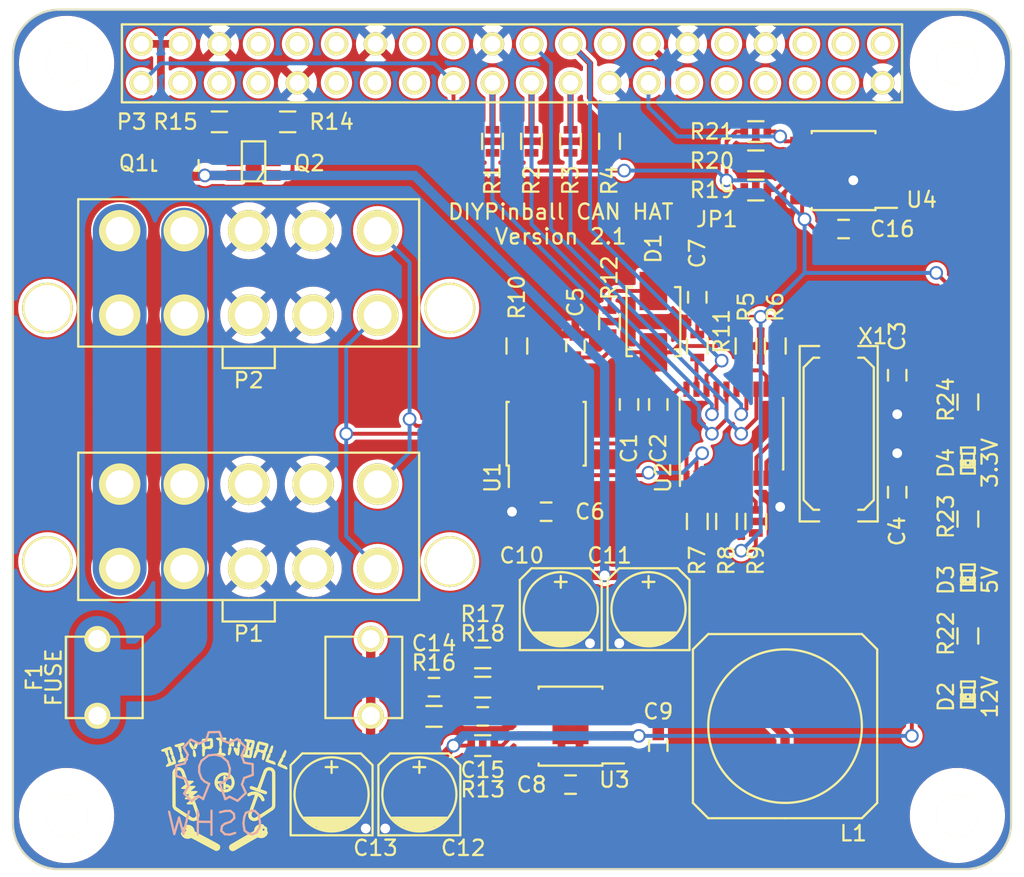
<source format=kicad_pcb>
(kicad_pcb (version 20221018) (generator pcbnew)
  (layers (0 "F.Cu" signal) (31 "B.Cu" signal) (34 "B.Paste" user) (35 "F.Paste" user) (36 "B.SilkS" user "B.Silkscreen") (37 "F.SilkS" user "F.Silkscreen") (38 "B.Mask" user) (39 "F.Mask" user) (44 "Edge.Cuts" user))
  (net 0 "")
  (net 1 "+3.3V")
  (net 2 "GND")
  (net 3 "Net-(C3-Pad1)")
  (net 4 "Net-(C4-Pad1)")
  (net 5 "+5V")
  (net 6 "Net-(C7-Pad1)")
  (net 7 "Net-(C8-Pad1)")
  (net 8 "Net-(C9-Pad1)")
  (net 9 "Net-(C9-Pad2)")
  (net 10 "+12V")
  (net 11 "Net-(C14-Pad1)")
  (net 12 "Net-(C15-Pad2)")
  (net 13 "Net-(D2-Pad1)")
  (net 14 "Net-(D3-Pad1)")
  (net 15 "Net-(D4-Pad1)")
  (net 16 "Net-(F1-Pad1)")
  (net 17 "Net-(JP1-Pad2)")
  (net 18 "Net-(P1-Pad5)")
  (net 19 "Net-(P1-Pad10)")
  (net 20 "Net-(P1-Pad1)")
  (net 21 "Net-(P3-Pad2)")
  (net 22 "/MOSI")
  (net 23 "/MISO")
  (net 24 "/~{CANINT}")
  (net 25 "/SCK")
  (net 26 "/~{CANCS}")
  (net 27 "/ID_SD")
  (net 28 "/ID_SC")
  (net 29 "Net-(Q2-Pad1)")
  (net 30 "Net-(R5-Pad2)")
  (net 31 "Net-(R6-Pad2)")
  (net 32 "Net-(R7-Pad2)")
  (net 33 "Net-(R8-Pad2)")
  (net 34 "Net-(R9-Pad2)")
  (net 35 "Net-(R10-Pad1)")
  (net 36 "Net-(R11-Pad2)")
  (net 37 "Net-(R13-Pad1)")
  (net 38 "Net-(R17-Pad2)")
  (net 39 "Net-(U1-Pad1)")
  (net 40 "Net-(U1-Pad4)")
  (net 41 "Net-(Q1-Pad1)")
  (footprint "Capacitors_SMD:C_0603" (layer "F.Cu") (at 219.075 124.7775 -90)
    (fp_text reference "C1")
    (fp_text value "100n" hide)
  )
  (footprint "Capacitors_SMD:C_0603" (layer "F.Cu") (at 220.98 124.7775 -90)
    (fp_text reference "C2")
    (fp_text value "10n" hide)
  )
  (footprint "Capacitors_SMD:C_0603" (layer "F.Cu") (at 236.5375 122.8725 -90)
    (fp_text reference "C3")
    (fp_text value "18p" hide)
  )
  (footprint "Capacitors_SMD:C_0603" (layer "F.Cu") (at 236.5375 130.4925 90)
    (fp_text reference "C4")
    (fp_text value "18p" hide)
  )
  (footprint "Capacitors_SMD:C_0603" (layer "F.Cu") (at 223.52 117.7925 90)
    (fp_text reference "C7")
    (fp_text value "100n" hide)
  )
  (footprint "Capacitors_SMD:C_0603" (layer "F.Cu") (at 215.265 149.5425)
    (fp_text reference "C8")
    (fp_text value "100n" hide)
  )
  (footprint "Capacitors_SMD:C_0603" (layer "F.Cu") (at 220.98 147.0025 -90)
    (fp_text reference "C9")
    (fp_text value "10n" hide)
  )
  (footprint "Capacitors_SMD:c_elec_5x5.8" (layer "F.Cu") (at 214.63 138.1125 90)
    (fp_text reference "C10")
    (fp_text value "22u" hide)
  )
  (footprint "Capacitors_SMD:c_elec_5x5.8" (layer "F.Cu") (at 220.345 138.1125 90)
    (fp_text reference "C11")
    (fp_text value "22u" hide)
  )
  (footprint "Capacitors_SMD:c_elec_5x5.8" (layer "F.Cu") (at 205.4225 150.1775 90)
    (fp_text reference "C12")
    (fp_text value "10u" hide)
  )
  (footprint "Capacitors_SMD:c_elec_5x5.8" (layer "F.Cu") (at 199.7075 150.1775 90)
    (fp_text reference "C13")
    (fp_text value "10u" hide)
  )
  (footprint "Capacitors_SMD:C_0603" (layer "F.Cu") (at 206.375 143.1925 180)
    (fp_text reference "C14")
    (fp_text value "NP" hide)
  )
  (footprint "Capacitors_SMD:C_0603" (layer "F.Cu") (at 209.55 145.0975 180)
    (fp_text reference "C15")
    (fp_text value "3.3n" hide)
  )
  (footprint "Diodes_SMD:Diode-SMA_Standard" (layer "F.Cu") (at 220.6625 119.38 -90)
    (fp_text reference "D1")
    (fp_text value "S1M" hide)
  )
  (footprint "LEDs:LED-0603" (layer "F.Cu") (at 241.14125 143.66875 -90)
    (fp_text reference "D2")
    (fp_text value "LED" hide)
  )
  (footprint "LEDs:LED-0603" (layer "F.Cu") (at 241.14125 136.04875 -90)
    (fp_text reference "D3")
    (fp_text value "LED" hide)
  )
  (footprint "Inductors:SELF-WE-PD-XXL" (layer "F.Cu") (at 229.235 145.7325 90)
    (fp_text reference "L1")
    (fp_text value "4.7u" hide)
  )
  (footprint "PinballParts:PIHAT" (layer "F.Cu") (at 211.455 102.5525)
    (fp_text reference "P3")
    (fp_text value "PIHAT" hide)
  )
  (footprint "Housings_SOT-23_SOT-143_TSOT-6:SOT23" (layer "F.Cu") (at 189.5475 108.9025 180)
    (fp_text reference "Q1")
    (fp_text value "DMG2305UX" hide)
  )
  (footprint "Housings_SOT-23_SOT-143_TSOT-6:SOT-23-6" (layer "F.Cu") (at 194.6275 108.9025 90)
    (fp_text reference "Q2")
    (fp_text value "DMMT5401" hide)
  )
  (footprint "Resistors_SMD:R_0603" (layer "F.Cu") (at 210.185 107.6325 90)
    (fp_text reference "R1")
    (fp_text value "10K" hide)
  )
  (footprint "Resistors_SMD:R_0603" (layer "F.Cu") (at 212.725 107.6325 90)
    (fp_text reference "R2")
    (fp_text value "10K" hide)
  )
  (footprint "Resistors_SMD:R_0603" (layer "F.Cu") (at 215.265 107.6325 90)
    (fp_text reference "R3")
    (fp_text value "10K" hide)
  )
  (footprint "Resistors_SMD:R_0603" (layer "F.Cu") (at 217.805 107.6325 90)
    (fp_text reference "R4")
    (fp_text value "10K" hide)
  )
  (footprint "Resistors_SMD:R_0603" (layer "F.Cu") (at 226.695 120.9675 -90)
    (fp_text reference "R5")
    (fp_text value "10K" hide)
  )
  (footprint "Resistors_SMD:R_0603" (layer "F.Cu") (at 228.6 120.9675 -90)
    (fp_text reference "R6")
    (fp_text value "10K" hide)
  )
  (footprint "Resistors_SMD:R_0603" (layer "F.Cu") (at 223.52 132.3975 90)
    (fp_text reference "R7")
    (fp_text value "10K" hide)
  )
  (footprint "Resistors_SMD:R_0603" (layer "F.Cu") (at 225.425 132.3975 90)
    (fp_text reference "R8")
    (fp_text value "10K" hide)
  )
  (footprint "Resistors_SMD:R_0603" (layer "F.Cu") (at 227.33 132.3975 90)
    (fp_text reference "R9")
    (fp_text value "10K" hide)
  )
  (footprint "Resistors_SMD:R_0603" (layer "F.Cu") (at 223.52 120.9675 -90)
    (fp_text reference "R11")
    (fp_text value "1K" hide)
  )
  (footprint "Resistors_SMD:R_0603" (layer "F.Cu") (at 217.805 119.38 90)
    (fp_text reference "R12")
    (fp_text value "10K" hide)
  )
  (footprint "Resistors_SMD:R_0603" (layer "F.Cu") (at 209.55 147.0025 180)
    (fp_text reference "R13")
    (fp_text value "10K" hide)
  )
  (footprint "Resistors_SMD:R_0603" (layer "F.Cu") (at 196.85 106.3625)
    (fp_text reference "R14")
    (fp_text value "10K" hide)
  )
  (footprint "Resistors_SMD:R_0603" (layer "F.Cu") (at 192.405 106.3625 180)
    (fp_text reference "R15")
    (fp_text value "47K" hide)
  )
  (footprint "Resistors_SMD:R_0603" (layer "F.Cu") (at 206.375 145.0975)
    (fp_text reference "R16")
    (fp_text value "13K" hide)
  )
  (footprint "Resistors_SMD:R_0603" (layer "F.Cu") (at 209.55 141.2875)
    (fp_text reference "R17")
    (fp_text value "11.8K" hide)
  )
  (footprint "Resistors_SMD:R_0603" (layer "F.Cu") (at 209.55 143.1925 180)
    (fp_text reference "R18")
    (fp_text value "53.6K" hide)
  )
  (footprint "Resistors_SMD:R_0603" (layer "F.Cu") (at 241.14125 139.85875 -90)
    (fp_text reference "R22")
    (fp_text value "4.7K" hide)
  )
  (footprint "Resistors_SMD:R_0603" (layer "F.Cu") (at 241.14125 132.23875 -90)
    (fp_text reference "R23")
    (fp_text value "1K" hide)
  )
  (footprint "Resistors_SMD:R_0603" (layer "F.Cu") (at 241.14125 124.61875 -90)
    (fp_text reference "R24")
    (fp_text value "1K" hide)
  )
  (footprint "Housings_SOIC:SOIC-8-1EP_3.9x4.9mm_Pitch1.27mm" (layer "F.Cu") (at 215.265 145.7325 180)
    (fp_text reference "U3")
    (fp_text value "AP3513E" hide)
  )
  (footprint "Crystals_Oscillators_SMD:Q_49U3HMS" (layer "F.Cu") (at 232.7275 126.6825 -90)
    (fp_text reference "X1")
    (fp_text value "CRYSTAL" hide)
  )
  (footprint "Housings_SSOP:SSOP-20_4.4x6.5mm_Pitch0.65mm" (layer "F.Cu") (at 225.7425 126.6825 90)
    (fp_text reference "U2")
    (fp_text value "MCP2515" hide)
  )
  (footprint "PinballParts:PINBALL-CONNECTOR-V" (layer "F.Cu") (at 194.31 116.205)
    (fp_text reference "P2")
    (fp_text value "PINBALL-CONNECTOR" hide)
  )
  (footprint "Housings_SOIC:SOIC-8_3.9x4.9mm_Pitch1.27mm" (layer "F.Cu") (at 233.045 109.5375 180)
    (fp_text reference "U4")
    (fp_text value "CAT24C32" hide)
  )
  (footprint "Resistors_SMD:R_0603" (layer "F.Cu") (at 227.33 106.9975)
    (fp_text reference "R21")
    (fp_text value "4.7K" hide)
  )
  (footprint "Resistors_SMD:R_0603" (layer "F.Cu") (at 227.33 108.9025)
    (fp_text reference "R20")
    (fp_text value "4.7K" hide)
  )
  (footprint "Resistors_SMD:R_0603" (layer "F.Cu") (at 227.33 110.8075)
    (fp_text reference "R19")
    (fp_text value "1K" hide)
  )
  (footprint "open-project:S_JUMPER_2" (layer "F.Cu") (at 227.33 112.7125)
    (fp_text reference "JP1")
    (fp_text value "JUMPER" hide)
  )
  (footprint "Capacitors_SMD:C_0603" (layer "F.Cu") (at 233.045 113.3475)
    (fp_text reference "C16")
    (fp_text value "100n" hide)
  )
  (footprint "PinballParts:PINBALL-CONNECTOR-V" (layer "F.Cu") (at 194.31 132.715)
    (fp_text reference "P1")
    (fp_text value "PINBALL-CONNECTOR" hide)
  )
  (footprint "Housings_SOIC:SOIC-8_3.9x4.9mm_Pitch1.27mm" (layer "F.Cu") (at 213.6775 126.6825 90)
    (fp_text reference "U1")
    (fp_text value "MCP2562" hide)
  )
  (footprint "Resistors_SMD:R_0603" (layer "F.Cu") (at 211.7725 120.9675 90)
    (fp_text reference "R10")
    (fp_text value "10K" hide)
  )
  (footprint "Capacitors_SMD:C_0603" (layer "F.Cu") (at 213.6775 131.7625 180)
    (fp_text reference "C6")
    (fp_text value "100n" hide)
  )
  (footprint "Capacitors_SMD:C_0603" (layer "F.Cu") (at 215.5825 120.9675 90)
    (fp_text reference "C5")
    (fp_text value "100n" hide)
  )
  (footprint "LEDs:LED-0603" (layer "F.Cu") (at 241.14125 128.42875 -90)
    (fp_text reference "D4")
    (fp_text value "LED" hide)
  )
  (footprint "PinballParts:diypinball-logo-small" (layer "F.Cu") (at 192.7225 150.1775)
    (fp_text reference "G***" hide)
    (fp_text value "LOGO" hide)
  )
  (footprint "PinballParts:FC203-20MM" (layer "F.Cu") (at 193.3575 142.5575)
    (fp_text reference "F1")
    (fp_text value "FUSE")
  )
  (footprint "PinballParts:FIDUCIAL" (layer "F.Cu") (at 187.0075 147.6375)
    (fp_text reference "FIDUCIAL" hide)
    (fp_text value "VAL**" hide)
  )
  (footprint "PinballParts:FIDUCIAL" (layer "F.Cu") (at 238.76 107.315)
    (fp_text reference "FIDUCIAL" hide)
    (fp_text value "VAL**" hide)
  )
  (footprint "Symbols:Symbol_OSHW-Logo_SilkScreen" (layer "B.Cu") (at 192.0875 148.59 180)
    (fp_text reference "REF**" hide)
    (fp_text value "Symbol_OSHW-Logo_SilkScreen" hide)
  )
  (gr_line (start 240.955 155.0525) (end 181.955 155.0525) (stroke (width 0.1)) (layer "Edge.Cuts"))
  (gr_arc (start 240.955 99.0525) (mid 243.07632 99.93118) (end 243.955 102.0525) (stroke (width 0.1)) (layer "Edge.Cuts"))
  (gr_line (start 243.955 102.0525) (end 243.955 152.0525) (stroke (width 0.1)) (layer "Edge.Cuts"))
  (gr_arc (start 178.955 102.0525) (mid 179.83368 99.93118) (end 181.955 99.0525) (stroke (width 0.1)) (layer "Edge.Cuts"))
  (gr_line (start 181.955 99.0525) (end 240.955 99.0525) (stroke (width 0.1)) (layer "Edge.Cuts"))
  (gr_arc (start 181.955 155.0525) (mid 179.83368 154.17382) (end 178.955 152.0525) (stroke (width 0.1)) (layer "Edge.Cuts"))
  (gr_arc (start 243.955 152.0525) (mid 243.07632 154.17382) (end 240.955 155.0525) (stroke (width 0.1)) (layer "Edge.Cuts"))
  (gr_line (start 178.955 152.0525) (end 178.955 102.0525) (stroke (width 0.1)) (layer "Edge.Cuts"))
  (gr_text "5V" (at 242.57 136.2075 90) (layer "F.SilkS") (effects (font (size 1 1))))
  (gr_text "DIYPinball CAN HAT\nVersion 2.1" (at 214.63 113.03) (layer "F.SilkS") (effects (font (size 1 1))))
  (gr_text "3.3V" (at 242.57 128.5875 90) (layer "F.SilkS") (effects (font (size 1 1))))
  (gr_text "12V" (at 242.57 143.8275 90) (layer "F.SilkS") (effects (font (size 1 1))))
  (segment (start 230.345 112.5525) (end 231.14 113.3475) (width 0.254) (layer "F.Cu") (net 1))
  (segment (start 231.14 113.3475) (end 232.295 113.3475) (width 0.254) (layer "F.Cu") (net 1))
  (segment (start 226.06 106.9975) (end 225.425 107.6325) (width 0.254) (layer "F.Cu") (net 1))
  (segment (start 226.06 110.8075) (end 225.425 110.1725) (width 0.254) (layer "F.Cu") (net 1))
  (segment (start 225.425 110.1725) (end 225.425 108.9025) (width 0.254) (layer "F.Cu") (net 1))
  (segment (start 225.425 108.9025) (end 225.425 107.6325) (width 0.254) (layer "F.Cu") (net 1))
  (segment (start 223.52 133.985) (end 223.8375 134.3025) (width 0.254) (layer "F.Cu") (net 1))
  (segment (start 223.8375 134.3025) (end 225.425 134.3025) (width 0.254) (layer "F.Cu") (net 1))
  (segment (start 227.33 133.985) (end 227.0125 134.3025) (width 0.254) (layer "F.Cu") (net 1))
  (segment (start 227.0125 134.3025) (end 226.3775 134.3025) (width 0.254) (layer "F.Cu") (net 1))
  (segment (start 226.695 119.38) (end 227.0125 119.0625) (width 0.254) (layer "F.Cu") (net 1))
  (segment (start 227.0125 119.0625) (end 227.6475 119.0625) (width 0.254) (layer "F.Cu") (net 1))
  (segment (start 228.6 119.38) (end 228.2825 119.0625) (width 0.254) (layer "F.Cu") (net 1))
  (segment (start 228.2825 119.0625) (end 227.6475 119.0625) (width 0.254) (layer "F.Cu") (net 1))
  (segment (start 220.98 123.5075) (end 220.6625 123.19) (width 0.254) (layer "F.Cu") (net 1))
  (segment (start 222.2925 123.7825) (end 222.0475 124.0275) (width 0.254) (layer "F.Cu") (net 1))
  (segment (start 222.0475 124.0275) (end 220.98 124.0275) (width 0.254) (layer "F.Cu") (net 1))
  (segment (start 217.71102 121.37898) (end 217.4875 121.6025) (width 0.254) (layer "F.Cu") (net 1))
  (segment (start 217.3725 121.7175) (end 217.4875 121.6025) (width 0.254) (layer "F.Cu") (net 1))
  (segment (start 217.805 121.37898) (end 217.805 121.285) (width 0.254) (layer "F.Cu") (net 1))
  (segment (start 217.805 121.285) (end 217.805 121.37898) (width 0.254) (layer "F.Cu") (net 1))
  (segment (start 217.805 121.37898) (end 220.6625 121.37898) (width 0.254) (layer "F.Cu") (net 1))
  (segment (start 210.185 109.22) (end 210.185 108.3825) (width 0.254) (layer "F.Cu") (net 1))
  (segment (start 212.725 109.5375) (end 210.5025 109.5375) (width 0.254) (layer "F.Cu") (net 1))
  (segment (start 215.265 109.5375) (end 212.725 109.5375) (width 0.254) (layer "F.Cu") (net 1))
  (segment (start 230.345 112.5525) (end 230.505 112.7125) (width 0.254) (layer "F.Cu") (net 1))
  (segment (start 208.5975 109.5375) (end 207.645 108.585) (width 0.254) (layer "F.Cu") (net 1))
  (segment (start 207.645 108.585) (end 207.645 103.8225) (width 0.254) (layer "F.Cu") (net 1))
  (segment (start 210.185 109.5375) (end 208.5975 109.5375) (width 0.254) (layer "F.Cu") (net 1))
  (segment (start 221.83852 121.37898) (end 222.25 120.9675) (width 0.254) (layer "F.Cu") (net 1))
  (segment (start 222.25 120.9675) (end 224.79 120.9675) (width 0.254) (layer "F.Cu") (net 1))
  (segment (start 224.79 120.9675) (end 225.425 120.3325) (width 0.254) (layer "F.Cu") (net 1))
  (segment (start 225.54 120.2175) (end 225.425 120.3325) (width 0.254) (layer "F.Cu") (net 1))
  (segment (start 241.14125 118.26875) (end 239.0775 116.205) (width 0.254) (layer "F.Cu") (net 1))
  (segment (start 217.805 109.5375) (end 218.7575 109.5375) (width 0.254) (layer "F.Cu") (net 1))
  (segment (start 225.425 134.3025) (end 226.3775 134.3025) (width 0.254) (layer "F.Cu") (net 1))
  (segment (start 219.3925 123.19) (end 219.075 123.5075) (width 0.254) (layer "F.Cu") (net 1))
  (segment (start 219.075 123.5075) (end 219.075 124.0275) (width 0.254) (layer "F.Cu") (net 1))
  (segment (start 220.6625 123.19) (end 219.3925 123.19) (width 0.254) (layer "F.Cu") (net 1))
  (segment (start 215.5825 123.9825) (end 215.5825 121.7175) (width 0.254) (layer "F.Cu") (net 1))
  (segment (start 228.6 120.2175) (end 228.6 119.38) (width 0.254) (layer "F.Cu") (net 1))
  (segment (start 222.8175 123.7825) (end 222.2925 123.7825) (width 0.254) (layer "F.Cu") (net 1))
  (segment (start 221.83852 121.37898) (end 220.6625 121.37898) (width 0.254) (layer "F.Cu") (net 1))
  (segment (start 217.805 120.13) (end 217.805 121.37898) (width 0.254) (layer "F.Cu") (net 1))
  (segment (start 227.33 133.1475) (end 227.33 133.985) (width 0.254) (layer "F.Cu") (net 1))
  (segment (start 230.345 111.4425) (end 230.345 112.5525) (width 0.254) (layer "F.Cu") (net 1))
  (segment (start 210.185 109.5375) (end 210.185 109.22) (width 0.254) (layer "F.Cu") (net 1))
  (segment (start 226.58 108.9025) (end 225.425 108.9025) (width 0.254) (layer "F.Cu") (net 1))
  (segment (start 215.5825 121.7175) (end 217.3725 121.7175) (width 0.254) (layer "F.Cu") (net 1))
  (segment (start 226.06 106.9975) (end 226.58 106.9975) (width 0.254) (layer "F.Cu") (net 1))
  (segment (start 226.695 120.2175) (end 225.54 120.2175) (width 0.254) (layer "F.Cu") (net 1))
  (segment (start 217.71102 121.37898) (end 217.805 121.37898) (width 0.254) (layer "F.Cu") (net 1))
  (segment (start 215.265 109.5375) (end 217.805 109.5375) (width 0.254) (layer "F.Cu") (net 1))
  (segment (start 223.52 133.985) (end 223.52 133.1475) (width 0.254) (layer "F.Cu") (net 1))
  (segment (start 241.14125 123.86875) (end 241.14125 118.26875) (width 0.254) (layer "F.Cu") (net 1))
  (segment (start 215.265 108.3825) (end 215.265 109.5375) (width 0.254) (layer "F.Cu") (net 1))
  (segment (start 220.98 124.0275) (end 220.98 123.5075) (width 0.254) (layer "F.Cu") (net 1))
  (segment (start 212.725 108.3825) (end 212.725 109.5375) (width 0.254) (layer "F.Cu") (net 1))
  (segment (start 225.425 133.1475) (end 225.425 134.3025) (width 0.254) (layer "F.Cu") (net 1))
  (segment (start 217.805 108.3825) (end 217.805 109.5375) (width 0.254) (layer "F.Cu") (net 1))
  (segment (start 226.695 119.38) (end 226.695 120.2175) (width 0.254) (layer "F.Cu") (net 1))
  (segment (start 226.58 110.8075) (end 226.06 110.8075) (width 0.254) (layer "F.Cu") (net 1))
  (segment (start 220.6625 121.37898) (end 220.6625 123.19) (width 0.254) (layer "F.Cu") (net 1))
  (segment (start 210.5025 109.5375) (end 210.185 109.5375) (width 0.254) (layer "F.Cu") (net 1))
  (via (at 227.6475 119.0625) (size 0.889) (drill 0.635) (layers "F.Cu" "B.Cu") (net 1))
  (via (at 239.0775 116.205) (size 0.889) (drill 0.635) (layers "F.Cu" "B.Cu") (net 1))
  (via (at 218.7575 109.5375) (size 0.889) (drill 0.635) (layers "F.Cu" "B.Cu") (net 1))
  (via (at 230.505 112.7125) (size 0.889) (drill 0.635) (layers "F.Cu" "B.Cu") (net 1))
  (via (at 226.3775 134.3025) (size 0.889) (drill 0.635) (layers "F.Cu" "B.Cu") (net 1))
  (via (at 225.425 110.1725) (size 0.889) (drill 0.635) (layers "F.Cu" "B.Cu") (net 1))
  (segment (start 188.595 102.5525) (end 206.0575 102.5525) (width 0.254) (layer "B.Cu") (net 1))
  (segment (start 206.0575 102.5525) (end 206.375 102.5525) (width 0.254) (layer "B.Cu") (net 1))
  (segment (start 206.375 102.5525) (end 207.645 103.8225) (width 0.254) (layer "B.Cu") (net 1))
  (segment (start 230.505 112.7125) (end 227.965 110.1725) (width 0.254) (layer "B.Cu") (net 1))
  (segment (start 227.965 110.1725) (end 225.425 110.1725) (width 0.254) (layer "B.Cu") (net 1))
  (segment (start 224.79 109.5375) (end 225.425 110.1725) (width 0.254) (layer "B.Cu") (net 1))
  (segment (start 230.505 116.205) (end 227.6475 119.0625) (width 0.254) (layer "B.Cu") (net 1))
  (segment (start 227.6475 133.0325) (end 226.3775 134.3025) (width 0.254) (layer "B.Cu") (net 1))
  (segment (start 239.0775 116.205) (end 230.505 116.205) (width 0.254) (layer "B.Cu") (net 1))
  (segment (start 187.325 103.8225) (end 188.595 102.5525) (width 0.254) (layer "B.Cu") (net 1))
  (segment (start 227.6475 119.0625) (end 227.6475 133.0325) (width 0.254) (layer "B.Cu") (net 1))
  (segment (start 218.7575 109.5375) (end 224.79 109.5375) (width 0.254) (layer "B.Cu") (net 1))
  (segment (start 230.505 112.7125) (end 230.505 116.205) (width 0.254) (layer "B.Cu") (net 1))
  (segment (start 216.51214 140.31214) (end 216.535 140.335) (width 0.254) (layer "F.Cu") (net 2))
  (segment (start 218.44 140.335) (end 218.46286 140.31214) (width 0.254) (layer "F.Cu") (net 2))
  (segment (start 218.46286 140.31214) (end 220.345 140.31214) (width 0.254) (layer "F.Cu") (net 2))
  (segment (start 236.5375 125.4125) (end 236.5375 123.6225) (width 0.254) (layer "F.Cu") (net 2))
  (segment (start 228.6675 131.195) (end 228.9175 131.445) (width 0.254) (layer "F.Cu") (net 2))
  (segment (start 201.90714 152.37714) (end 201.93 152.4) (width 0.254) (layer "F.Cu") (net 2))
  (segment (start 203.2 152.4) (end 203.22286 152.37714) (width 0.254) (layer "F.Cu") (net 2))
  (segment (start 203.22286 152.37714) (end 205.4225 152.37714) (width 0.254) (layer "F.Cu") (net 2))
  (segment (start 236.5375 128.27) (end 236.5375 127.9525) (width 0.254) (layer "F.Cu") (net 2))
  (segment (start 214.63 140.31214) (end 216.51214 140.31214) (width 0.254) (layer "F.Cu") (net 2))
  (segment (start 212.9275 131.7625) (end 211.455 131.7625) (width 0.254) (layer "F.Cu") (net 2))
  (segment (start 199.7075 152.37714) (end 201.90714 152.37714) (width 0.254) (layer "F.Cu") (net 2))
  (segment (start 235.745 110.1725) (end 233.68 110.1725) (width 0.254) (layer "F.Cu") (net 2))
  (segment (start 236.5375 129.7425) (end 236.5375 128.27) (width 0.254) (layer "F.Cu") (net 2))
  (segment (start 228.6675 129.5825) (end 228.6675 131.195) (width 0.254) (layer "F.Cu") (net 2))
  (via (at 233.68 110.1725) (size 0.889) (drill 0.635) (layers "F.Cu" "B.Cu") (net 2))
  (via (at 236.5375 127.9525) (size 0.889) (drill 0.635) (layers "F.Cu" "B.Cu") (net 2))
  (via (at 218.44 140.335) (size 0.889) (drill 0.635) (layers "F.Cu" "B.Cu") (net 2))
  (via (at 236.5375 125.4125) (size 0.889) (drill 0.635) (layers "F.Cu" "B.Cu") (net 2))
  (via (at 228.9175 131.445) (size 0.889) (drill 0.635) (layers "F.Cu" "B.Cu") (net 2))
  (via (at 216.535 140.335) (size 0.889) (drill 0.635) (layers "F.Cu" "B.Cu") (net 2))
  (via (at 201.93 152.4) (size 0.889) (drill 0.635) (layers "F.Cu" "B.Cu") (net 2))
  (via (at 203.2 152.4) (size 0.889) (drill 0.635) (layers "F.Cu" "B.Cu") (net 2))
  (via (at 211.455 131.7625) (size 0.889) (drill 0.635) (layers "F.Cu" "B.Cu") (net 2))
  (segment (start 216.535 140.335) (end 218.44 140.335) (width 0.254) (layer "B.Cu") (net 2))
  (segment (start 236.5375 127.9525) (end 236.5375 125.4125) (width 0.254) (layer "B.Cu") (net 2))
  (segment (start 201.93 152.4) (end 203.2 152.4) (width 0.254) (layer "B.Cu") (net 2))
  (segment (start 236.3985 121.9835) (end 236.5375 122.1225) (width 0.254) (layer "F.Cu") (net 3))
  (segment (start 232.0925 126.365) (end 232.7275 125.73) (width 0.254) (layer "F.Cu") (net 3))
  (segment (start 232.7275 125.73) (end 232.7275 121.9835) (width 0.254) (layer "F.Cu") (net 3))
  (segment (start 227.3675 128.2325) (end 229.235 126.365) (width 0.254) (layer "F.Cu") (net 3))
  (segment (start 229.235 126.365) (end 232.0925 126.365) (width 0.254) (layer "F.Cu") (net 3))
  (segment (start 227.3675 129.5825) (end 227.3675 128.2325) (width 0.254) (layer "F.Cu") (net 3))
  (segment (start 232.7275 121.9835) (end 236.3985 121.9835) (width 0.254) (layer "F.Cu") (net 3))
  (segment (start 236.3985 131.3815) (end 236.5375 131.2425) (width 0.254) (layer "F.Cu") (net 4))
  (segment (start 228.0175 128.535) (end 229.5525 127) (width 0.254) (layer "F.Cu") (net 4))
  (segment (start 229.5525 127) (end 232.0925 127) (width 0.254) (layer "F.Cu") (net 4))
  (segment (start 232.0925 127) (end 232.7275 127.635) (width 0.254) (layer "F.Cu") (net 4))
  (segment (start 232.7275 127.635) (end 232.7275 131.3815) (width 0.254) (layer "F.Cu") (net 4))
  (segment (start 232.7275 131.3815) (end 236.3985 131.3815) (width 0.254) (layer "F.Cu") (net 4))
  (segment (start 228.0175 129.5825) (end 228.0175 128.535) (width 0.254) (layer "F.Cu") (net 4))
  (segment (start 214.3125 131.6475) (end 214.4275 131.7625) (width 0.254) (layer "F.Cu") (net 5))
  (segment (start 214.63 131.965) (end 214.4275 131.7625) (width 0.254) (layer "F.Cu") (net 5))
  (segment (start 239.66875 131.48875) (end 235.2675 135.89) (width 0.254) (layer "F.Cu") (net 5))
  (segment (start 208.8 142.355) (end 208.915 142.24) (width 0.254) (layer "F.Cu") (net 5))
  (segment (start 208.915 142.24) (end 209.2325 142.24) (width 0.254) (layer "F.Cu") (net 5))
  (segment (start 209.2325 142.24) (end 209.55 141.9225) (width 0.254) (layer "F.Cu") (net 5))
  (segment (start 209.55 141.9225) (end 209.55 139.065) (width 0.254) (layer "F.Cu") (net 5))
  (segment (start 209.55 139.065) (end 212.70214 135.91286) (width 0.254) (layer "F.Cu") (net 5))
  (segment (start 212.70214 135.91286) (end 214.63 135.91286) (width 0.254) (layer "F.Cu") (net 5))
  (segment (start 229.235 136.8425) (end 228.9175 136.525) (width 0.6096) (layer "F.Cu") (net 5))
  (segment (start 228.30536 135.91286) (end 220.345 135.91286) (width 0.6096) (layer "F.Cu") (net 5))
  (segment (start 234.315 136.8425) (end 229.235 136.8425) (width 0.254) (layer "F.Cu") (net 5))
  (segment (start 229.235 136.8425) (end 228.9175 136.8425) (width 0.254) (layer "F.Cu") (net 5))
  (segment (start 228.9175 136.8425) (end 228.9175 136.525) (width 0.254) (layer "F.Cu") (net 5))
  (segment (start 228.9175 136.525) (end 228.30536 135.91286) (width 0.6096) (layer "F.Cu") (net 5))
  (segment (start 191.4525 109.855) (end 191.40678 109.90072) (width 0.6096) (layer "F.Cu") (net 5))
  (segment (start 191.40678 109.90072) (end 189.5475 109.90072) (width 0.6096) (layer "F.Cu") (net 5))
  (segment (start 191.4525 109.855) (end 193.3575 109.855) (width 0.6096) (layer "F.Cu") (net 5))
  (segment (start 208.8 143.1925) (end 208.8 142.355) (width 0.254) (layer "F.Cu") (net 5))
  (segment (start 241.14125 131.48875) (end 239.66875 131.48875) (width 0.254) (layer "F.Cu") (net 5))
  (segment (start 214.3125 129.3825) (end 214.3125 131.6475) (width 0.254) (layer "F.Cu") (net 5))
  (segment (start 235.2675 135.89) (end 234.315 136.8425) (width 0.254) (layer "F.Cu") (net 5))
  (segment (start 214.63 135.91286) (end 217.4875 135.91286) (width 0.6096) (layer "F.Cu") (net 5))
  (segment (start 229.235 140.73124) (end 229.235 136.8425) (width 0.6096) (layer "F.Cu") (net 5))
  (segment (start 220.345 135.91286) (end 217.4875 135.91286) (width 0.6096) (layer "F.Cu") (net 5))
  (segment (start 214.63 135.91286) (end 214.63 131.965) (width 0.254) (layer "F.Cu") (net 5))
  (via (at 217.4875 135.91286) (size 0.889) (drill 0.635) (layers "F.Cu" "B.Cu") (net 5))
  (via (at 191.4525 109.855) (size 0.889) (drill 0.635) (layers "F.Cu" "B.Cu") (net 5))
  (segment (start 205.105 109.855) (end 191.4525 109.855) (width 0.6096) (layer "B.Cu") (net 5))
  (segment (start 217.4875 122.2375) (end 205.74 110.49) (width 0.6096) (layer "B.Cu") (net 5))
  (segment (start 205.74 110.49) (end 205.105 109.855) (width 0.6096) (layer "B.Cu") (net 5))
  (segment (start 217.4875 135.91286) (end 217.4875 122.2375) (width 0.6096) (layer "B.Cu") (net 5))
  (segment (start 222.6825 118.5425) (end 222.25 118.11) (width 0.254) (layer "F.Cu") (net 6))
  (segment (start 222.25 118.11) (end 222.25 117.7925) (width 0.254) (layer "F.Cu") (net 6))
  (segment (start 221.83852 117.38102) (end 222.25 117.7925) (width 0.254) (layer "F.Cu") (net 6))
  (segment (start 218.21648 117.38102) (end 217.805 117.7925) (width 0.254) (layer "F.Cu") (net 6))
  (segment (start 217.805 117.7925) (end 217.805 118.63) (width 0.254) (layer "F.Cu") (net 6))
  (segment (start 220.6625 117.38102) (end 221.83852 117.38102) (width 0.254) (layer "F.Cu") (net 6))
  (segment (start 220.6625 117.38102) (end 218.21648 117.38102) (width 0.254) (layer "F.Cu") (net 6))
  (segment (start 223.52 120.2175) (end 223.52 118.5425) (width 0.254) (layer "F.Cu") (net 6))
  (segment (start 222.6825 118.5425) (end 223.52 118.5425) (width 0.254) (layer "F.Cu") (net 6))
  (segment (start 212.565 149.065) (end 213.0425 149.5425) (width 0.254) (layer "F.Cu") (net 7))
  (segment (start 213.0425 149.5425) (end 214.515 149.5425) (width 0.254) (layer "F.Cu") (net 7))
  (segment (start 212.565 147.6375) (end 212.565 149.065) (width 0.254) (layer "F.Cu") (net 7))
  (segment (start 227.965 145.0975) (end 229.235 146.3675) (width 0.6096) (layer "F.Cu") (net 8))
  (segment (start 229.235 146.3675) (end 229.235 150.73376) (width 0.6096) (layer "F.Cu") (net 8))
  (segment (start 220.98 145.0975) (end 220.98 146.2525) (width 0.254) (layer "F.Cu") (net 8))
  (segment (start 220.98 145.0975) (end 227.965 145.0975) (width 0.6096) (layer "F.Cu") (net 8))
  (segment (start 217.965 145.0975) (end 220.98 145.0975) (width 0.6096) (layer "F.Cu") (net 8))
  (segment (start 220.865 147.6375) (end 220.98 147.7525) (width 0.254) (layer "F.Cu") (net 9))
  (segment (start 217.965 147.6375) (end 220.865 147.6375) (width 0.254) (layer "F.Cu") (net 9))
  (segment (start 239.03375 139.10875) (end 237.49 140.6525) (width 0.254) (layer "F.Cu") (net 10))
  (segment (start 237.49 140.6525) (end 237.49 146.3675) (width 0.254) (layer "F.Cu") (net 10))
  (segment (start 199.7075 147.97786) (end 202.2475 147.97786) (width 0.6096) (layer "F.Cu") (net 10))
  (segment (start 206.66964 147.97786) (end 207.645 147.0025) (width 0.6096) (layer "F.Cu") (net 10))
  (segment (start 202.2575 145.0575) (end 202.2475 145.0675) (width 0.6096) (layer "F.Cu") (net 10))
  (segment (start 202.2475 145.0675) (end 202.2475 147.97786) (width 0.6096) (layer "F.Cu") (net 10))
  (segment (start 202.2475 147.97786) (end 205.4225 147.97786) (width 0.6096) (layer "F.Cu") (net 10))
  (segment (start 207.645 147.0025) (end 208.8 147.0025) (width 0.254) (layer "F.Cu") (net 10))
  (segment (start 239.03375 139.10875) (end 241.14125 139.10875) (width 0.254) (layer "F.Cu") (net 10))
  (segment (start 205.4225 147.97786) (end 206.66964 147.97786) (width 0.6096) (layer "F.Cu") (net 10))
  (segment (start 219.71 146.3675) (end 217.965 146.3675) (width 0.6096) (layer "F.Cu") (net 10))
  (segment (start 202.2575 140.0575) (end 202.2575 145.0575) (width 0.6096) (layer "F.Cu") (net 10))
  (via (at 237.49 146.3675) (size 0.889) (drill 0.635) (layers "F.Cu" "B.Cu") (net 10))
  (via (at 219.71 146.3675) (size 0.889) (drill 0.635) (layers "F.Cu" "B.Cu") (net 10))
  (via (at 207.645 147.0025) (size 0.889) (drill 0.635) (layers "F.Cu" "B.Cu") (net 10))
  (segment (start 237.49 146.3675) (end 219.71 146.3675) (width 0.254) (layer "B.Cu") (net 10))
  (segment (start 208.28 146.3675) (end 219.71 146.3675) (width 0.6096) (layer "B.Cu") (net 10))
  (segment (start 207.645 147.0025) (end 208.28 146.3675) (width 0.6096) (layer "B.Cu") (net 10))
  (segment (start 207.125 143.9425) (end 207.3275 144.145) (width 0.254) (layer "F.Cu") (net 11))
  (segment (start 207.3275 144.145) (end 209.55 144.145) (width 0.254) (layer "F.Cu") (net 11))
  (segment (start 210.3 144.26) (end 210.185 144.145) (width 0.254) (layer "F.Cu") (net 11))
  (segment (start 210.185 144.145) (end 209.55 144.145) (width 0.254) (layer "F.Cu") (net 11))
  (segment (start 210.3 145.0975) (end 210.3 144.26) (width 0.254) (layer "F.Cu") (net 11))
  (segment (start 207.125 143.9425) (end 207.125 143.1925) (width 0.254) (layer "F.Cu") (net 11))
  (segment (start 212.565 145.0975) (end 210.3 145.0975) (width 0.254) (layer "F.Cu") (net 11))
  (segment (start 208.8 145.0975) (end 207.125 145.0975) (width 0.254) (layer "F.Cu") (net 12))
  (segment (start 241.14125 142.91945) (end 241.14125 140.60875) (width 0.254) (layer "F.Cu") (net 13))
  (segment (start 241.14125 135.29945) (end 241.14125 132.98875) (width 0.254) (layer "F.Cu") (net 14))
  (segment (start 241.14125 127.67945) (end 241.14125 125.36875) (width 0.254) (layer "F.Cu") (net 15))
  (segment (start 190.745 135.465) (end 190.286 135.924) (width 0.254) (layer "F.Cu") (net 16))
  (segment (start 190.11 129.965) (end 190.119 129.956) (width 3) (layer "B.Cu") (net 16))
  (segment (start 190.119 129.956) (end 190.11 113.455) (width 3) (layer "B.Cu") (net 16))
  (segment (start 190.11 139.885) (end 187.755 142.24) (width 3) (layer "B.Cu") (net 16))
  (segment (start 190.119 129.956) (end 190.11 129.965) (width 3) (layer "B.Cu") (net 16))
  (segment (start 184.4675 142.24) (end 184.4575 142.23) (width 3) (layer "B.Cu") (net 16))
  (segment (start 184.4575 142.23) (end 184.4575 140.0575) (width 3) (layer "B.Cu") (net 16))
  (segment (start 184.4575 142.25) (end 184.4675 142.24) (width 3) (layer "B.Cu") (net 16))
  (segment (start 190.11 118.955) (end 190.119 129.956) (width 3) (layer "B.Cu") (net 16))
  (segment (start 187.755 142.24) (end 184.4675 142.24) (width 3) (layer "B.Cu") (net 16))
  (segment (start 190.11 135.465) (end 190.11 139.885) (width 3) (layer "B.Cu") (net 16))
  (segment (start 184.4575 145.0575) (end 184.4575 142.25) (width 3) (layer "B.Cu") (net 16))
  (segment (start 190.11 135.465) (end 190.11 129.965) (width 3) (layer "B.Cu") (net 16))
  (segment (start 229.235 110.1725) (end 228.6 110.8075) (width 0.254) (layer "F.Cu") (net 17))
  (segment (start 228.6 110.8075) (end 228.08 110.8075) (width 0.254) (layer "F.Cu") (net 17))
  (segment (start 228.08 112.3181) (end 227.6856 112.7125) (width 0.254) (layer "F.Cu") (net 17))
  (segment (start 228.08 110.8075) (end 228.08 112.3181) (width 0.254) (layer "F.Cu") (net 17))
  (segment (start 230.345 110.1725) (end 229.235 110.1725) (width 0.254) (layer "F.Cu") (net 17))
  (segment (start 213.0425 125.856998) (end 212.725 126.174498) (width 0.254) (layer "F.Cu") (net 18))
  (segment (start 212.725 126.174498) (end 205.231998 126.174498) (width 0.254) (layer "F.Cu") (net 18))
  (segment (start 205.231998 126.174498) (end 204.7875 125.73) (width 0.254) (layer "F.Cu") (net 18))
  (segment (start 213.0425 123.9825) (end 213.0425 125.856998) (width 0.254) (layer "F.Cu") (net 18))
  (via (at 204.7875 125.73) (size 0.889) (drill 0.635) (layers "F.Cu" "B.Cu") (net 18))
  (segment (start 204.7875 127.8875) (end 202.71 129.965) (width 0.254) (layer "B.Cu") (net 18))
  (segment (start 204.7875 125.73) (end 204.7875 127.8875) (width 0.254) (layer "B.Cu") (net 18))
  (segment (start 204.7875 115.5325) (end 202.71 113.455) (width 0.254) (layer "B.Cu") (net 18))
  (segment (start 204.7875 125.73) (end 204.7875 115.5325) (width 0.254) (layer "B.Cu") (net 18))
  (segment (start 202.71 113.455) (end 202.712501 113.455) (width 0.254) (layer "B.Cu") (net 18))
  (segment (start 214.3125 126.0475) (end 213.6775 126.6825) (width 0.254) (layer "F.Cu") (net 19))
  (segment (start 213.6775 126.6825) (end 200.66 126.6825) (width 0.254) (layer "F.Cu") (net 19))
  (segment (start 214.3125 123.9825) (end 214.3125 126.0475) (width 0.254) (layer "F.Cu") (net 19))
  (via (at 200.66 126.6825) (size 0.889) (drill 0.635) (layers "F.Cu" "B.Cu") (net 19))
  (segment (start 202.71 135.4) (end 200.66 133.35) (width 0.254) (layer "B.Cu") (net 19))
  (segment (start 200.66 133.35) (end 200.66 126.6825) (width 0.254) (layer "B.Cu") (net 19))
  (segment (start 200.66 121.005) (end 202.71 118.955) (width 0.254) (layer "B.Cu") (net 19))
  (segment (start 202.71 135.465) (end 202.71 135.4) (width 0.254) (layer "B.Cu") (net 19))
  (segment (start 200.66 126.6825) (end 200.66 121.005) (width 0.254) (layer "B.Cu") (net 19))
  (segment (start 185.91 118.955) (end 185.901 118.964) (width 3.5) (layer "B.Cu") (net 20))
  (segment (start 185.901 118.964) (end 185.91 135.465) (width 3.5) (layer "B.Cu") (net 20))
  (segment (start 185.91 113.455) (end 185.91 118.955) (width 3.5) (layer "B.Cu") (net 20))
  (segment (start 185.91 129.965) (end 185.91 135.465) (width 3.5) (layer "B.Cu") (net 20))
  (segment (start 188.595 105.0925) (end 188.595 101.2825) (width 0.5) (layer "F.Cu") (net 21))
  (segment (start 188.9125 108.9025) (end 188.5975 108.5875) (width 0.254) (layer "F.Cu") (net 21))
  (segment (start 188.5975 108.5875) (end 188.5975 107.90174) (width 0.254) (layer "F.Cu") (net 21))
  (segment (start 188.595 107.89924) (end 188.5975 107.90174) (width 0.508) (layer "F.Cu") (net 21))
  (segment (start 193.3575 108.9025) (end 188.9125 108.9025) (width 0.254) (layer "F.Cu") (net 21))
  (segment (start 188.595 107.89924) (end 188.595 105.0925) (width 0.508) (layer "F.Cu") (net 21))
  (segment (start 189.865 101.2825) (end 188.595 101.2825) (width 0.5) (layer "F.Cu") (net 21))
  (segment (start 187.325 101.2825) (end 188.595 101.2825) (width 0.5) (layer "F.Cu") (net 21))
  (segment (start 225.4175 125.7375) (end 224.4725 126.6825) (width 0.254) (layer "F.Cu") (net 22))
  (segment (start 210.185 106.8825) (end 210.185 103.8225) (width 0.4064) (layer "F.Cu") (net 22))
  (segment (start 225.4175 123.7825) (end 225.4175 125.7375) (width 0.254) (layer "F.Cu") (net 22))
  (via (at 224.4725 126.6825) (size 0.889) (drill 0.635) (layers "F.Cu" "B.Cu") (net 22))
  (segment (start 224.4725 126.6825) (end 223.637038 125.847038) (width 0.254) (layer "B.Cu") (net 22))
  (segment (start 223.637038 125.847038) (end 223.637038 124.894538) (width 0.254) (layer "B.Cu") (net 22))
  (segment (start 223.637038 124.894538) (end 210.185 111.4425) (width 0.254) (layer "B.Cu") (net 22))
  (segment (start 210.185 111.4425) (end 210.185 103.8225) (width 0.254) (layer "B.Cu") (net 22))
  (segment (start 224.7675 125.1175) (end 224.4725 125.4125) (width 0.254) (layer "F.Cu") (net 23))
  (segment (start 212.725 106.8825) (end 212.725 103.8225) (width 0.4064) (layer "F.Cu") (net 23))
  (segment (start 224.7675 123.7825) (end 224.7675 125.1175) (width 0.254) (layer "F.Cu") (net 23))
  (via (at 224.4725 125.4125) (size 0.889) (drill 0.635) (layers "F.Cu" "B.Cu") (net 23))
  (segment (start 224.4725 124.7775) (end 212.725 113.03) (width 0.254) (layer "B.Cu") (net 23))
  (segment (start 212.725 113.03) (end 212.725 103.8225) (width 0.254) (layer "B.Cu") (net 23))
  (segment (start 224.4725 125.4125) (end 224.4725 124.7775) (width 0.254) (layer "B.Cu") (net 23))
  (segment (start 227.3675 125.6925) (end 226.3775 126.6825) (width 0.254) (layer "F.Cu") (net 24))
  (segment (start 227.3675 123.7825) (end 227.3675 125.6925) (width 0.254) (layer "F.Cu") (net 24))
  (via (at 226.3775 126.6825) (size 0.889) (drill 0.635) (layers "F.Cu" "B.Cu") (net 24))
  (segment (start 226.3775 126.6825) (end 225.425 125.73) (width 0.254) (layer "B.Cu") (net 24))
  (segment (start 225.425 125.73) (end 225.425 125.4125) (width 0.254) (layer "B.Cu") (net 24))
  (segment (start 225.425 124.7775) (end 213.995 113.3475) (width 0.254) (layer "B.Cu") (net 24))
  (segment (start 213.995 113.3475) (end 213.995 102.5525) (width 0.254) (layer "B.Cu") (net 24))
  (segment (start 213.995 102.5525) (end 212.725 101.2825) (width 0.254) (layer "B.Cu") (net 24))
  (segment (start 225.425 125.4125) (end 225.425 124.7775) (width 0.254) (layer "B.Cu") (net 24))
  (segment (start 226.7175 125.0725) (end 226.3775 125.4125) (width 0.254) (layer "F.Cu") (net 25))
  (segment (start 226.7175 123.7825) (end 226.7175 125.0725) (width 0.254) (layer "F.Cu") (net 25))
  (segment (start 215.265 106.8825) (end 215.265 103.8225) (width 0.4064) (layer "F.Cu") (net 25))
  (via (at 226.3775 125.4125) (size 0.889) (drill 0.635) (layers "F.Cu" "B.Cu") (net 25))
  (segment (start 226.3775 124.7775) (end 215.265 113.665) (width 0.254) (layer "B.Cu") (net 25))
  (segment (start 215.265 113.665) (end 215.265 103.8225) (width 0.254) (layer "B.Cu") (net 25))
  (segment (start 226.3775 125.4125) (end 226.3775 124.7775) (width 0.254) (layer "B.Cu") (net 25))
  (segment (start 216.535 102.5525) (end 216.535 104.775) (width 0.4064) (layer "F.Cu") (net 26))
  (segment (start 216.535 104.775) (end 217.805 106.045) (width 0.4064) (layer "F.Cu") (net 26))
  (segment (start 217.805 106.045) (end 217.805 106.8825) (width 0.4064) (layer "F.Cu") (net 26))
  (segment (start 224.1175 122.91) (end 225.1075 121.92) (width 0.254) (layer "F.Cu") (net 26))
  (segment (start 215.265 101.2825) (end 216.535 102.5525) (width 0.4064) (layer "F.Cu") (net 26))
  (segment (start 224.1175 123.7825) (end 224.1175 122.91) (width 0.254) (layer "F.Cu") (net 26))
  (via (at 225.1075 121.92) (size 0.889) (drill 0.635) (layers "F.Cu" "B.Cu") (net 26))
  (segment (start 225.1075 121.92) (end 216.535 113.3475) (width 0.254) (layer "B.Cu") (net 26))
  (segment (start 216.535 113.3475) (end 216.535 102.5525) (width 0.254) (layer "B.Cu") (net 26))
  (segment (start 216.535 102.5525) (end 215.265 101.2825) (width 0.254) (layer "B.Cu") (net 26))
  (segment (start 229.235 107.6325) (end 228.9175 107.315) (width 0.254) (layer "F.Cu") (net 27))
  (segment (start 228.6 106.9975) (end 228.08 106.9975) (width 0.254) (layer "F.Cu") (net 27))
  (segment (start 228.9175 107.315) (end 228.6 106.9975) (width 0.254) (layer "F.Cu") (net 27))
  (segment (start 230.345 107.6325) (end 229.235 107.6325) (width 0.254) (layer "F.Cu") (net 27))
  (via (at 228.9175 107.315) (size 0.889) (drill 0.635) (layers "F.Cu" "B.Cu") (net 27))
  (segment (start 220.345 105.41) (end 222.25 107.315) (width 0.254) (layer "B.Cu") (net 27))
  (segment (start 222.25 107.315) (end 228.9175 107.315) (width 0.254) (layer "B.Cu") (net 27))
  (segment (start 220.345 103.8225) (end 220.345 105.41) (width 0.254) (layer "B.Cu") (net 27))
  (segment (start 221.615 102.5525) (end 221.615 105.0925) (width 0.4064) (layer "F.Cu") (net 28))
  (segment (start 221.615 105.0925) (end 222.25 105.7275) (width 0.4064) (layer "F.Cu") (net 28))
  (segment (start 222.25 105.7275) (end 231.14 105.7275) (width 0.4064) (layer "F.Cu") (net 28))
  (segment (start 231.14 105.7275) (end 232.0925 106.68) (width 0.4064) (layer "F.Cu") (net 28))
  (segment (start 232.0925 106.68) (end 232.0925 108.2675) (width 0.4064) (layer "F.Cu") (net 28))
  (segment (start 232.0925 108.2675) (end 231.4575 108.9025) (width 0.4064) (layer "F.Cu") (net 28))
  (segment (start 231.4575 108.9025) (end 230.345 108.9025) (width 0.4064) (layer "F.Cu") (net 28))
  (segment (start 220.345 101.2825) (end 221.615 102.5525) (width 0.4064) (layer "F.Cu") (net 28))
  (segment (start 230.345 108.9025) (end 228.08 108.9025) (width 0.254) (layer "F.Cu") (net 28))
  (segment (start 196.1 107.7475) (end 195.8975 107.95) (width 0.254) (layer "F.Cu") (net 29))
  (segment (start 196.85 107.95) (end 197.1675 108.2675) (width 0.254) (layer "F.Cu") (net 29))
  (segment (start 197.1675 108.2675) (end 197.1675 108.9025) (width 0.254) (layer "F.Cu") (net 29))
  (segment (start 197.1675 108.9025) (end 195.8975 108.9025) (width 0.254) (layer "F.Cu") (net 29))
  (segment (start 196.85 109.855) (end 197.1675 109.5375) (width 0.254) (layer "F.Cu") (net 29))
  (segment (start 197.1675 109.5375) (end 197.1675 108.9025) (width 0.254) (layer "F.Cu") (net 29))
  (segment (start 195.8975 107.95) (end 196.85 107.95) (width 0.254) (layer "F.Cu") (net 29))
  (segment (start 195.8975 109.855) (end 196.85 109.855) (width 0.254) (layer "F.Cu") (net 29))
  (segment (start 196.1 106.3625) (end 196.1 107.7475) (width 0.254) (layer "F.Cu") (net 29))
  (segment (start 228.0175 122.925) (end 227.6475 122.555) (width 0.254) (layer "F.Cu") (net 30))
  (segment (start 227.6475 122.555) (end 227.0125 122.555) (width 0.254) (layer "F.Cu") (net 30))
  (segment (start 226.695 122.2375) (end 227.0125 122.555) (width 0.254) (layer "F.Cu") (net 30))
  (segment (start 227.0125 122.555) (end 227.0125 122.555) (width 0.254) (layer "F.Cu") (net 30))
  (segment (start 228.0175 122.925) (end 228.0175 123.7825) (width 0.254) (layer "F.Cu") (net 30))
  (segment (start 226.695 121.7175) (end 226.695 122.2375) (width 0.254) (layer "F.Cu") (net 30))
  (segment (start 228.6675 121.785) (end 228.6 121.7175) (width 0.254) (layer "F.Cu") (net 31))
  (segment (start 228.6675 123.7825) (end 228.6675 121.785) (width 0.254) (layer "F.Cu") (net 31))
  (segment (start 224.7675 130.515) (end 224.4725 130.81) (width 0.254) (layer "F.Cu") (net 32))
  (segment (start 224.4725 130.81) (end 224.155 130.81) (width 0.254) (layer "F.Cu") (net 32))
  (segment (start 223.52 131.1275) (end 223.8375 130.81) (width 0.254) (layer "F.Cu") (net 32))
  (segment (start 223.8375 130.81) (end 224.155 130.81) (width 0.254) (layer "F.Cu") (net 32))
  (segment (start 223.52 131.6475) (end 223.52 131.1275) (width 0.254) (layer "F.Cu") (net 32))
  (segment (start 224.7675 130.515) (end 224.7675 129.5825) (width 0.254) (layer "F.Cu") (net 32))
  (segment (start 225.4175 131.64) (end 225.425 131.6475) (width 0.254) (layer "F.Cu") (net 33))
  (segment (start 225.4175 129.5825) (end 225.4175 131.64) (width 0.254) (layer "F.Cu") (net 33))
  (segment (start 226.7175 130.515) (end 227.0125 130.81) (width 0.254) (layer "F.Cu") (net 34))
  (segment (start 227.33 131.1275) (end 227.0125 130.81) (width 0.254) (layer "F.Cu") (net 34))
  (segment (start 227.33 131.6475) (end 227.33 131.1275) (width 0.254) (layer "F.Cu") (net 34))
  (segment (start 226.7175 130.515) (end 226.7175 129.5825) (width 0.254) (layer "F.Cu") (net 34))
  (segment (start 211.7725 123.9825) (end 211.7725 121.7175) (width 0.254) (layer "F.Cu") (net 35))
  (segment (start 223.4675 121.77) (end 223.52 121.7175) (width 0.254) (layer "F.Cu") (net 36))
  (segment (start 223.4675 123.7825) (end 223.4675 121.77) (width 0.254) (layer "F.Cu") (net 36))
  (segment (start 211.455 146.3675) (end 210.82 147.0025) (width 0.254) (layer "F.Cu") (net 37))
  (segment (start 210.82 147.0025) (end 210.3 147.0025) (width 0.254) (layer "F.Cu") (net 37))
  (segment (start 212.565 146.3675) (end 211.455 146.3675) (width 0.254) (layer "F.Cu") (net 37))
  (segment (start 210.82 143.1925) (end 211.455 143.8275) (width 0.254) (layer "F.Cu") (net 38))
  (segment (start 211.455 143.8275) (end 212.565 143.8275) (width 0.254) (layer "F.Cu") (net 38))
  (segment (start 210.3 141.2875) (end 210.3 143.1925) (width 0.254) (layer "F.Cu") (net 38))
  (segment (start 210.3 143.1925) (end 210.82 143.1925) (width 0.254) (layer "F.Cu") (net 38))
  (segment (start 211.7725 128.27) (end 212.725 127.3175) (width 0.254) (layer "F.Cu") (net 39))
  (segment (start 212.725 127.3175) (end 221.9325 127.3175) (width 0.254) (layer "F.Cu") (net 39))
  (segment (start 221.9325 127.3175) (end 222.8175 128.2025) (width 0.254) (layer "F.Cu") (net 39))
  (segment (start 222.8175 128.2025) (end 222.8175 129.5825) (width 0.254) (layer "F.Cu") (net 39))
  (segment (start 211.7725 129.3825) (end 211.7725 128.27) (width 0.254) (layer "F.Cu") (net 39))
  (segment (start 223.4675 128.3225) (end 223.8375 127.9525) (width 0.254) (layer "F.Cu") (net 40))
  (segment (start 220.345 129.2225) (end 220.185 129.3825) (width 0.254) (layer "F.Cu") (net 40))
  (segment (start 220.185 129.3825) (end 215.5825 129.3825) (width 0.254) (layer "F.Cu") (net 40))
  (segment (start 223.4675 129.5825) (end 223.4675 128.3225) (width 0.254) (layer "F.Cu") (net 40))
  (via (at 220.345 129.2225) (size 0.889) (drill 0.635) (layers "F.Cu" "B.Cu") (net 40))
  (via (at 223.8375 127.9525) (size 0.889) (drill 0.635) (layers "F.Cu" "B.Cu") (net 40))
  (segment (start 223.8375 127.9525) (end 222.5675 129.2225) (width 0.254) (layer "B.Cu") (net 40))
  (segment (start 222.5675 129.2225) (end 220.345 129.2225) (width 0.254) (layer "B.Cu") (net 40))
  (segment (start 190.54576 107.95) (end 190.4975 107.90174) (width 0.254) (layer "F.Cu") (net 41))
  (segment (start 193.155 107.7475) (end 193.3575 107.95) (width 0.254) (layer "F.Cu") (net 41))
  (segment (start 193.3575 107.95) (end 190.54576 107.95) (width 0.254) (layer "F.Cu") (net 41))
  (segment (start 193.155 106.3625) (end 193.155 107.7475) (width 0.254) (layer "F.Cu") (net 41))
  (zone (net 2) (net_name "GND") (layer "F.Cu") (connect_pads (clearance 0.254)) (min_thickness 0.2032) (fill yes (thermal_gap 0.508) (thermal_bridge_width 0.508))
    (polygon (pts (xy 178.1175 98.425) (xy 244.7925 98.425) (xy 244.7925 155.575) (xy 178.1175 155.575)))
  )
  (zone (net 2) (net_name "GND") (layer "B.Cu") (connect_pads (clearance 0.381)) (min_thickness 0.254) (fill yes (thermal_gap 0.508) (thermal_bridge_width 0.508))
    (polygon (pts (xy 178.1175 155.575) (xy 244.7925 155.575) (xy 244.7925 98.425) (xy 178.1175 98.425)))
  )
)
</source>
